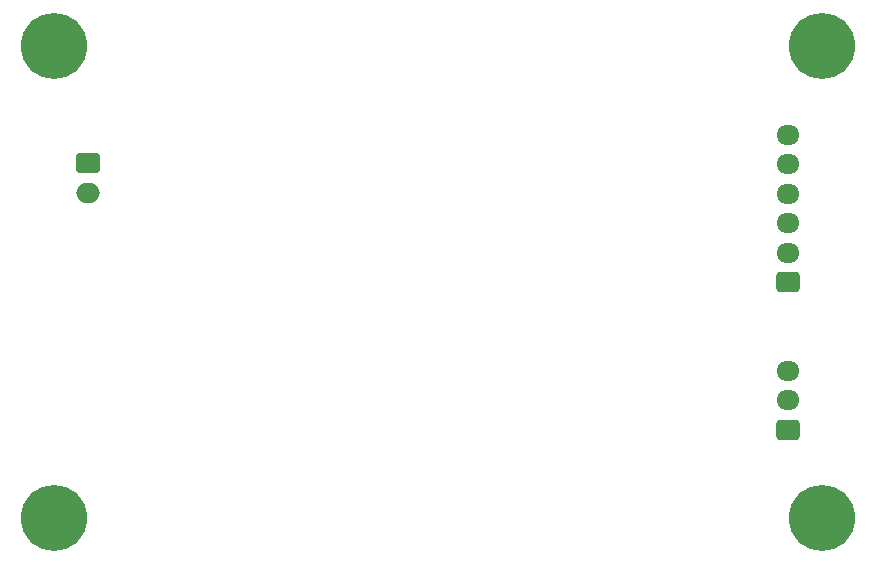
<source format=gbr>
%TF.GenerationSoftware,KiCad,Pcbnew,7.0.7*%
%TF.CreationDate,2024-02-03T17:25:47+00:00*%
%TF.ProjectId,LPF_Relay,4c50465f-5265-46c6-9179-2e6b69636164,rev?*%
%TF.SameCoordinates,Original*%
%TF.FileFunction,Soldermask,Bot*%
%TF.FilePolarity,Negative*%
%FSLAX46Y46*%
G04 Gerber Fmt 4.6, Leading zero omitted, Abs format (unit mm)*
G04 Created by KiCad (PCBNEW 7.0.7) date 2024-02-03 17:25:47*
%MOMM*%
%LPD*%
G01*
G04 APERTURE LIST*
G04 Aperture macros list*
%AMRoundRect*
0 Rectangle with rounded corners*
0 $1 Rounding radius*
0 $2 $3 $4 $5 $6 $7 $8 $9 X,Y pos of 4 corners*
0 Add a 4 corners polygon primitive as box body*
4,1,4,$2,$3,$4,$5,$6,$7,$8,$9,$2,$3,0*
0 Add four circle primitives for the rounded corners*
1,1,$1+$1,$2,$3*
1,1,$1+$1,$4,$5*
1,1,$1+$1,$6,$7*
1,1,$1+$1,$8,$9*
0 Add four rect primitives between the rounded corners*
20,1,$1+$1,$2,$3,$4,$5,0*
20,1,$1+$1,$4,$5,$6,$7,0*
20,1,$1+$1,$6,$7,$8,$9,0*
20,1,$1+$1,$8,$9,$2,$3,0*%
G04 Aperture macros list end*
%ADD10RoundRect,0.250000X0.725000X-0.600000X0.725000X0.600000X-0.725000X0.600000X-0.725000X-0.600000X0*%
%ADD11O,1.950000X1.700000*%
%ADD12C,5.600000*%
%ADD13RoundRect,0.250000X-0.750000X0.600000X-0.750000X-0.600000X0.750000X-0.600000X0.750000X0.600000X0*%
%ADD14O,2.000000X1.700000*%
G04 APERTURE END LIST*
D10*
%TO.C,J5*%
X67150000Y-25000000D03*
D11*
X67150000Y-22500000D03*
X67150000Y-20000000D03*
X67150000Y-17500000D03*
X67150000Y-15000000D03*
X67150000Y-12500000D03*
%TD*%
D12*
%TO.C,H1*%
X5000000Y-45000000D03*
%TD*%
%TO.C,H2*%
X5000000Y-5000000D03*
%TD*%
D10*
%TO.C,J4*%
X67150000Y-37500000D03*
D11*
X67150000Y-35000000D03*
X67150000Y-32500000D03*
%TD*%
D13*
%TO.C,J3*%
X7870000Y-14940000D03*
D14*
X7870000Y-17440000D03*
%TD*%
D12*
%TO.C,H4*%
X70000000Y-45000000D03*
%TD*%
%TO.C,H3*%
X70000000Y-5000000D03*
%TD*%
M02*

</source>
